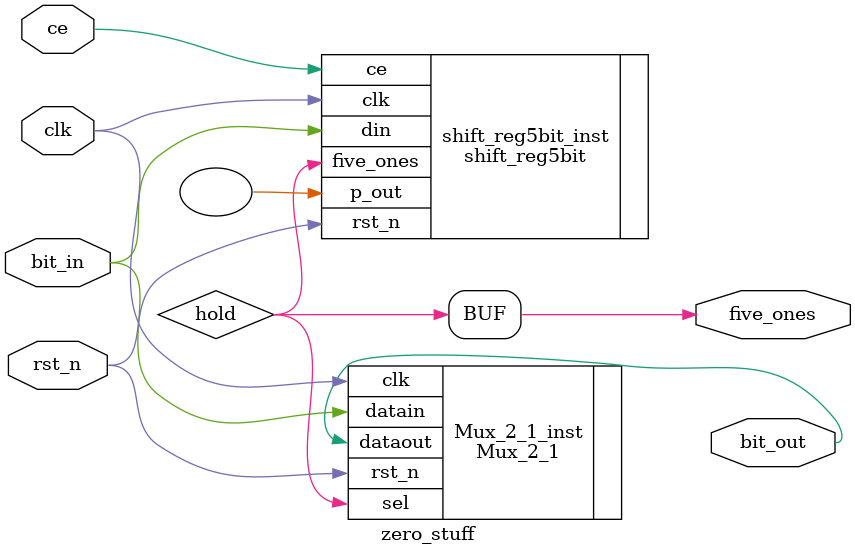
<source format=v>
module zero_stuff(
`timescale 1ns / 1ps
input wire clk,
input wire rst_n,
input wire ce,
input bit_in,
output bit_out,
output wire five_ones
);


wire hold;
reg hold_1;

shift_reg5bit shift_reg5bit_inst(
.clk(clk),
.rst_n(rst_n),
.din(bit_in),
.ce(ce),
.five_ones(hold),
.p_out()
);


Mux_2_1 Mux_2_1_inst (

.clk(clk),
.rst_n(rst_n),
.sel(hold),
.datain(bit_in),
.dataout(bit_out)

);

//always@(posedge clk)
//if(!rst_n)
//hold_1<=0;
//else hold_1<=hold;


assign five_ones = hold;
endmodule



</source>
